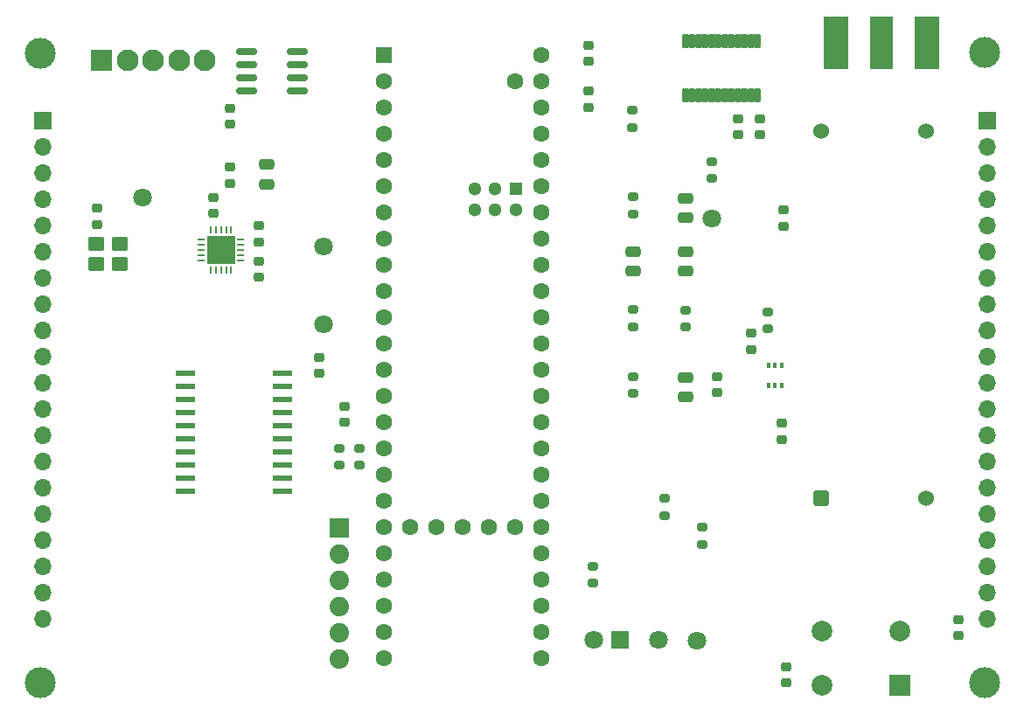
<source format=gts>
G04 #@! TF.GenerationSoftware,KiCad,Pcbnew,9.0.5*
G04 #@! TF.CreationDate,2026-01-31T11:44:17-08:00*
G04 #@! TF.ProjectId,PocketFT8Xcvr,506f636b-6574-4465-9438-586376722e6b,rev?*
G04 #@! TF.SameCoordinates,Original*
G04 #@! TF.FileFunction,Soldermask,Top*
G04 #@! TF.FilePolarity,Negative*
%FSLAX46Y46*%
G04 Gerber Fmt 4.6, Leading zero omitted, Abs format (unit mm)*
G04 Created by KiCad (PCBNEW 9.0.5) date 2026-01-31 11:44:17*
%MOMM*%
%LPD*%
G01*
G04 APERTURE LIST*
G04 Aperture macros list*
%AMRoundRect*
0 Rectangle with rounded corners*
0 $1 Rounding radius*
0 $2 $3 $4 $5 $6 $7 $8 $9 X,Y pos of 4 corners*
0 Add a 4 corners polygon primitive as box body*
4,1,4,$2,$3,$4,$5,$6,$7,$8,$9,$2,$3,0*
0 Add four circle primitives for the rounded corners*
1,1,$1+$1,$2,$3*
1,1,$1+$1,$4,$5*
1,1,$1+$1,$6,$7*
1,1,$1+$1,$8,$9*
0 Add four rect primitives between the rounded corners*
20,1,$1+$1,$2,$3,$4,$5,0*
20,1,$1+$1,$4,$5,$6,$7,0*
20,1,$1+$1,$6,$7,$8,$9,0*
20,1,$1+$1,$8,$9,$2,$3,0*%
G04 Aperture macros list end*
%ADD10C,3.000000*%
%ADD11R,1.600000X1.600000*%
%ADD12C,1.600000*%
%ADD13R,1.300000X1.300000*%
%ADD14C,1.300000*%
%ADD15C,1.803200*%
%ADD16RoundRect,0.200000X-0.275000X0.200000X-0.275000X-0.200000X0.275000X-0.200000X0.275000X0.200000X0*%
%ADD17RoundRect,0.102000X0.650000X-0.550000X0.650000X0.550000X-0.650000X0.550000X-0.650000X-0.550000X0*%
%ADD18RoundRect,0.250000X-0.475000X0.250000X-0.475000X-0.250000X0.475000X-0.250000X0.475000X0.250000X0*%
%ADD19R,2.286000X5.080000*%
%ADD20R,2.413000X5.080000*%
%ADD21RoundRect,0.225000X0.250000X-0.225000X0.250000X0.225000X-0.250000X0.225000X-0.250000X-0.225000X0*%
%ADD22RoundRect,0.200000X0.275000X-0.200000X0.275000X0.200000X-0.275000X0.200000X-0.275000X-0.200000X0*%
%ADD23R,1.700000X1.700000*%
%ADD24O,1.700000X1.700000*%
%ADD25RoundRect,0.225000X-0.250000X0.225000X-0.250000X-0.225000X0.250000X-0.225000X0.250000X0.225000X0*%
%ADD26R,0.420000X0.600000*%
%ADD27RoundRect,0.150000X-0.825000X-0.150000X0.825000X-0.150000X0.825000X0.150000X-0.825000X0.150000X0*%
%ADD28R,1.879600X1.879600*%
%ADD29C,1.879600*%
%ADD30RoundRect,0.250000X0.512000X-0.512000X0.512000X0.512000X-0.512000X0.512000X-0.512000X-0.512000X0*%
%ADD31C,1.524000*%
%ADD32R,1.800000X1.800000*%
%ADD33C,1.800000*%
%ADD34R,0.762000X0.254000*%
%ADD35R,0.254000X0.762000*%
%ADD36R,2.743200X2.743200*%
%ADD37R,2.000000X2.000000*%
%ADD38C,2.000000*%
%ADD39RoundRect,0.100000X-0.200000X0.600000X-0.200000X-0.600000X0.200000X-0.600000X0.200000X0.600000X0*%
%ADD40R,2.100000X2.100000*%
%ADD41C,2.100000*%
%ADD42R,1.981200X0.558800*%
G04 APERTURE END LIST*
D10*
X106420000Y-54420000D03*
D11*
X139700000Y-54610000D03*
D12*
X139700000Y-57150000D03*
X139700000Y-59690000D03*
X139700000Y-62230000D03*
X139700000Y-64770000D03*
X139700000Y-67310000D03*
X139700000Y-69850000D03*
X139700000Y-72390000D03*
X139700000Y-74930000D03*
X139700000Y-77470000D03*
X139700000Y-80010000D03*
X139700000Y-82550000D03*
X139700000Y-85090000D03*
X139700000Y-87630000D03*
X139700000Y-90170000D03*
X139700000Y-92710000D03*
X139700000Y-95250000D03*
X139700000Y-97790000D03*
X139700000Y-100330000D03*
X139700000Y-102870000D03*
X139700000Y-105410000D03*
X139700000Y-107950000D03*
X139700000Y-110490000D03*
X139700000Y-113030000D03*
X154940000Y-113030000D03*
X154940000Y-110490000D03*
X154940000Y-107950000D03*
X154940000Y-105410000D03*
X154940000Y-102870000D03*
X154940000Y-100330000D03*
X154940000Y-97790000D03*
X154940000Y-95250000D03*
X154940000Y-92710000D03*
X154940000Y-90170000D03*
X154940000Y-87630000D03*
X154940000Y-85090000D03*
X154940000Y-82550000D03*
X154940000Y-80010000D03*
X154940000Y-77470000D03*
X154940000Y-74930000D03*
X154940000Y-72390000D03*
X154940000Y-69850000D03*
X154940000Y-67310000D03*
X154940000Y-64770000D03*
X154940000Y-62230000D03*
X154940000Y-59690000D03*
X154940000Y-57150000D03*
X154940000Y-54610000D03*
X152400000Y-57150000D03*
X142240000Y-100330000D03*
X144780000Y-100330000D03*
X147320000Y-100330000D03*
X149860000Y-100330000D03*
X152400000Y-100330000D03*
D13*
X152501600Y-67580000D03*
D14*
X150501600Y-67580000D03*
X148501600Y-67580000D03*
X148501600Y-69580000D03*
X150501600Y-69580000D03*
X152501600Y-69580000D03*
D15*
X116390000Y-68430000D03*
D16*
X171480000Y-64910000D03*
X171480000Y-66560000D03*
D17*
X111900000Y-74800000D03*
X114200000Y-74800000D03*
X114200000Y-72900000D03*
X111900000Y-72900000D03*
D18*
X168910000Y-73660000D03*
X168910000Y-75560000D03*
D19*
X187918500Y-53460000D03*
D20*
X183537000Y-53460000D03*
X192300000Y-53460000D03*
D16*
X166878000Y-97536000D03*
X166878000Y-99186000D03*
D18*
X168910000Y-85852000D03*
X168910000Y-87752000D03*
D21*
X173980000Y-62330000D03*
X173980000Y-60780000D03*
D22*
X137390000Y-94330000D03*
X137390000Y-92680000D03*
D10*
X106420000Y-115380000D03*
D18*
X163830000Y-73660000D03*
X163830000Y-75560000D03*
D23*
X198120000Y-60960000D03*
D24*
X198120000Y-63500000D03*
X198120000Y-66040000D03*
X198120000Y-68580000D03*
X198120000Y-71120000D03*
X198120000Y-73660000D03*
X198120000Y-76200000D03*
X198120000Y-78740000D03*
X198120000Y-81280000D03*
X198120000Y-83820000D03*
X198120000Y-86360000D03*
X198120000Y-88900000D03*
X198120000Y-91440000D03*
X198120000Y-93980000D03*
X198120000Y-96520000D03*
X198120000Y-99060000D03*
X198120000Y-101600000D03*
X198120000Y-104140000D03*
X198120000Y-106680000D03*
X198120000Y-109220000D03*
D25*
X124820000Y-59760000D03*
X124820000Y-61310000D03*
D26*
X176950000Y-86570000D03*
X177600000Y-86570000D03*
X178250000Y-86570000D03*
X178250000Y-84670000D03*
X177600000Y-84670000D03*
X176950000Y-84670000D03*
D27*
X126400000Y-54230000D03*
X126400000Y-55500000D03*
X126400000Y-56770000D03*
X126400000Y-58040000D03*
X131350000Y-58040000D03*
X131350000Y-56770000D03*
X131350000Y-55500000D03*
X131350000Y-54230000D03*
D10*
X197860000Y-115380000D03*
D21*
X127600000Y-72700000D03*
X127600000Y-71150000D03*
D18*
X128340000Y-65210000D03*
X128340000Y-67110000D03*
D21*
X195320000Y-110845000D03*
X195320000Y-109295000D03*
D25*
X178270000Y-90270000D03*
X178270000Y-91820000D03*
D16*
X176920000Y-79490000D03*
X176920000Y-81140000D03*
D21*
X171990000Y-87290000D03*
X171990000Y-85740000D03*
D22*
X163760000Y-61610000D03*
X163760000Y-59960000D03*
D28*
X135400000Y-100400000D03*
D29*
X135400000Y-102940000D03*
X135400000Y-105480000D03*
X135400000Y-108020000D03*
X135400000Y-110560000D03*
X135400000Y-113100000D03*
D15*
X133900000Y-80650000D03*
D25*
X133440000Y-83860000D03*
X133440000Y-85410000D03*
X123200000Y-68400000D03*
X123200000Y-69950000D03*
D15*
X171490000Y-70400000D03*
D30*
X182050000Y-97560000D03*
D31*
X192210000Y-97560000D03*
X182050000Y-62000000D03*
X192210000Y-62000000D03*
D32*
X162550000Y-111225000D03*
D33*
X160010000Y-111225000D03*
D16*
X160000000Y-104125000D03*
X160000000Y-105775000D03*
D34*
X122037128Y-72487128D03*
X122037128Y-72984714D03*
X122037128Y-73482300D03*
X122037128Y-73979886D03*
X122037128Y-74477472D03*
D35*
X122959656Y-75400000D03*
X123457242Y-75400000D03*
X123954828Y-75400000D03*
X124452414Y-75400000D03*
X124950000Y-75400000D03*
D34*
X125872528Y-74477472D03*
X125872528Y-73979886D03*
X125872528Y-73482300D03*
X125872528Y-72984714D03*
X125872528Y-72487128D03*
D35*
X124950000Y-71564600D03*
X124452414Y-71564600D03*
X123954828Y-71564600D03*
X123457242Y-71564600D03*
X122959656Y-71564600D03*
D36*
X123954828Y-73482300D03*
D22*
X170510000Y-101980000D03*
X170510000Y-100330000D03*
D37*
X189710000Y-115650000D03*
D38*
X182110000Y-115670000D03*
X189670000Y-110410000D03*
X182110000Y-110410000D03*
D22*
X163830000Y-80898000D03*
X163830000Y-79248000D03*
D21*
X135890000Y-90170000D03*
X135890000Y-88620000D03*
X176100000Y-62330000D03*
X176100000Y-60780000D03*
D18*
X168950000Y-68475000D03*
X168950000Y-70375000D03*
D21*
X159550000Y-59660000D03*
X159550000Y-58110000D03*
D25*
X175290000Y-81560000D03*
X175290000Y-83110000D03*
D15*
X133900000Y-73150000D03*
D21*
X159550000Y-55190000D03*
X159550000Y-53640000D03*
D15*
X166350000Y-111240000D03*
D22*
X135410000Y-94350000D03*
X135410000Y-92700000D03*
X163830000Y-87375000D03*
X163830000Y-85725000D03*
D39*
X175895000Y-53280000D03*
X175260000Y-53280000D03*
X174625000Y-53280000D03*
X173990000Y-53280000D03*
X173355000Y-53280000D03*
X172720000Y-53280000D03*
X172085000Y-53280000D03*
X171450000Y-53280000D03*
X170815000Y-53280000D03*
X170180000Y-53280000D03*
X169545000Y-53280000D03*
X168910000Y-53280000D03*
X168910000Y-58480000D03*
X169545000Y-58480000D03*
X170180000Y-58480000D03*
X170815000Y-58480000D03*
X171450000Y-58480000D03*
X172085000Y-58480000D03*
X172720000Y-58480000D03*
X173355000Y-58480000D03*
X173990000Y-58480000D03*
X174625000Y-58480000D03*
X175260000Y-58480000D03*
X175895000Y-58480000D03*
D40*
X112400000Y-55150000D03*
D41*
X114900000Y-55150000D03*
X117400000Y-55150000D03*
X119900000Y-55150000D03*
X122400000Y-55150000D03*
D16*
X168910000Y-79320000D03*
X168910000Y-80970000D03*
D21*
X127600000Y-76150000D03*
X127600000Y-74600000D03*
D25*
X111920000Y-69440000D03*
X111920000Y-70990000D03*
D16*
X163830000Y-68326000D03*
X163830000Y-69976000D03*
D25*
X124800000Y-65475000D03*
X124800000Y-67025000D03*
D23*
X106680000Y-60960000D03*
D24*
X106680000Y-63500000D03*
X106680000Y-66040000D03*
X106680000Y-68580000D03*
X106680000Y-71120000D03*
X106680000Y-73660000D03*
X106680000Y-76200000D03*
X106680000Y-78740000D03*
X106680000Y-81280000D03*
X106680000Y-83820000D03*
X106680000Y-86360000D03*
X106680000Y-88900000D03*
X106680000Y-91440000D03*
X106680000Y-93980000D03*
X106680000Y-96520000D03*
X106680000Y-99060000D03*
X106680000Y-101600000D03*
X106680000Y-104140000D03*
X106680000Y-106680000D03*
X106680000Y-109220000D03*
D10*
X197860000Y-54310000D03*
D42*
X120527400Y-85430000D03*
X120527400Y-86700000D03*
X120527400Y-87970000D03*
X120527400Y-89240000D03*
X120527400Y-90510000D03*
X120527400Y-91780000D03*
X120527400Y-93050000D03*
X120527400Y-94320000D03*
X120527400Y-95590000D03*
X120527400Y-96860000D03*
X129900000Y-96860000D03*
X129900000Y-95590000D03*
X129900000Y-94320000D03*
X129900000Y-93050000D03*
X129900000Y-91780000D03*
X129900000Y-90510000D03*
X129900000Y-89240000D03*
X129900000Y-87970000D03*
X129900000Y-86700000D03*
X129900000Y-85430000D03*
D15*
X170030000Y-111340000D03*
D21*
X178700000Y-115400000D03*
X178700000Y-113850000D03*
X178400000Y-71180000D03*
X178400000Y-69630000D03*
M02*

</source>
